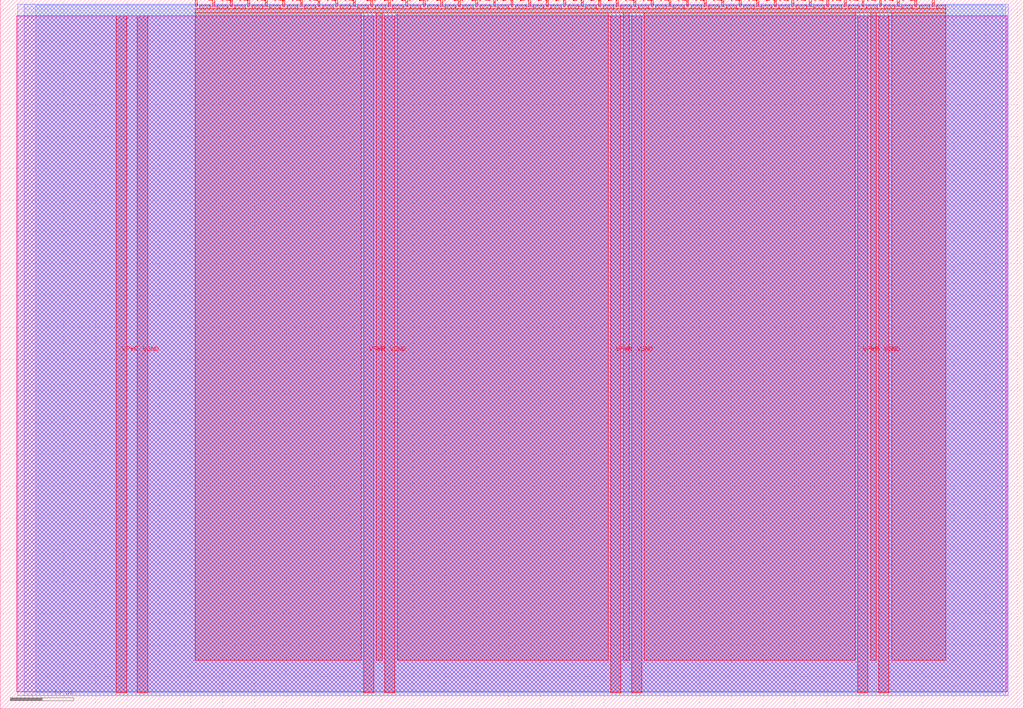
<source format=lef>
VERSION 5.7 ;
  NOWIREEXTENSIONATPIN ON ;
  DIVIDERCHAR "/" ;
  BUSBITCHARS "[]" ;
MACRO tt_um_pchri03_levenshtein
  CLASS BLOCK ;
  FOREIGN tt_um_pchri03_levenshtein ;
  ORIGIN 0.000 0.000 ;
  SIZE 161.000 BY 111.520 ;
  PIN VGND
    DIRECTION INOUT ;
    USE GROUND ;
    PORT
      LAYER met4 ;
        RECT 21.580 2.480 23.180 109.040 ;
    END
    PORT
      LAYER met4 ;
        RECT 60.450 2.480 62.050 109.040 ;
    END
    PORT
      LAYER met4 ;
        RECT 99.320 2.480 100.920 109.040 ;
    END
    PORT
      LAYER met4 ;
        RECT 138.190 2.480 139.790 109.040 ;
    END
  END VGND
  PIN VPWR
    DIRECTION INOUT ;
    USE POWER ;
    PORT
      LAYER met4 ;
        RECT 18.280 2.480 19.880 109.040 ;
    END
    PORT
      LAYER met4 ;
        RECT 57.150 2.480 58.750 109.040 ;
    END
    PORT
      LAYER met4 ;
        RECT 96.020 2.480 97.620 109.040 ;
    END
    PORT
      LAYER met4 ;
        RECT 134.890 2.480 136.490 109.040 ;
    END
  END VPWR
  PIN clk
    DIRECTION INPUT ;
    USE SIGNAL ;
    ANTENNAGATEAREA 0.852000 ;
    PORT
      LAYER met4 ;
        RECT 143.830 110.520 144.130 111.520 ;
    END
  END clk
  PIN ena
    DIRECTION INPUT ;
    USE SIGNAL ;
    PORT
      LAYER met4 ;
        RECT 146.590 110.520 146.890 111.520 ;
    END
  END ena
  PIN rst_n
    DIRECTION INPUT ;
    USE SIGNAL ;
    ANTENNAGATEAREA 0.196500 ;
    PORT
      LAYER met4 ;
        RECT 141.070 110.520 141.370 111.520 ;
    END
  END rst_n
  PIN ui_in[0]
    DIRECTION INPUT ;
    USE SIGNAL ;
    PORT
      LAYER met4 ;
        RECT 138.310 110.520 138.610 111.520 ;
    END
  END ui_in[0]
  PIN ui_in[1]
    DIRECTION INPUT ;
    USE SIGNAL ;
    PORT
      LAYER met4 ;
        RECT 135.550 110.520 135.850 111.520 ;
    END
  END ui_in[1]
  PIN ui_in[2]
    DIRECTION INPUT ;
    USE SIGNAL ;
    PORT
      LAYER met4 ;
        RECT 132.790 110.520 133.090 111.520 ;
    END
  END ui_in[2]
  PIN ui_in[3]
    DIRECTION INPUT ;
    USE SIGNAL ;
    PORT
      LAYER met4 ;
        RECT 130.030 110.520 130.330 111.520 ;
    END
  END ui_in[3]
  PIN ui_in[4]
    DIRECTION INPUT ;
    USE SIGNAL ;
    ANTENNAGATEAREA 0.196500 ;
    PORT
      LAYER met4 ;
        RECT 127.270 110.520 127.570 111.520 ;
    END
  END ui_in[4]
  PIN ui_in[5]
    DIRECTION INPUT ;
    USE SIGNAL ;
    ANTENNAGATEAREA 0.196500 ;
    PORT
      LAYER met4 ;
        RECT 124.510 110.520 124.810 111.520 ;
    END
  END ui_in[5]
  PIN ui_in[6]
    DIRECTION INPUT ;
    USE SIGNAL ;
    ANTENNAGATEAREA 0.196500 ;
    PORT
      LAYER met4 ;
        RECT 121.750 110.520 122.050 111.520 ;
    END
  END ui_in[6]
  PIN ui_in[7]
    DIRECTION INPUT ;
    USE SIGNAL ;
    PORT
      LAYER met4 ;
        RECT 118.990 110.520 119.290 111.520 ;
    END
  END ui_in[7]
  PIN uio_in[0]
    DIRECTION INPUT ;
    USE SIGNAL ;
    PORT
      LAYER met4 ;
        RECT 116.230 110.520 116.530 111.520 ;
    END
  END uio_in[0]
  PIN uio_in[1]
    DIRECTION INPUT ;
    USE SIGNAL ;
    ANTENNAGATEAREA 0.196500 ;
    PORT
      LAYER met4 ;
        RECT 113.470 110.520 113.770 111.520 ;
    END
  END uio_in[1]
  PIN uio_in[2]
    DIRECTION INPUT ;
    USE SIGNAL ;
    ANTENNAGATEAREA 0.196500 ;
    PORT
      LAYER met4 ;
        RECT 110.710 110.520 111.010 111.520 ;
    END
  END uio_in[2]
  PIN uio_in[3]
    DIRECTION INPUT ;
    USE SIGNAL ;
    PORT
      LAYER met4 ;
        RECT 107.950 110.520 108.250 111.520 ;
    END
  END uio_in[3]
  PIN uio_in[4]
    DIRECTION INPUT ;
    USE SIGNAL ;
    ANTENNAGATEAREA 0.196500 ;
    PORT
      LAYER met4 ;
        RECT 105.190 110.520 105.490 111.520 ;
    END
  END uio_in[4]
  PIN uio_in[5]
    DIRECTION INPUT ;
    USE SIGNAL ;
    ANTENNAGATEAREA 0.196500 ;
    PORT
      LAYER met4 ;
        RECT 102.430 110.520 102.730 111.520 ;
    END
  END uio_in[5]
  PIN uio_in[6]
    DIRECTION INPUT ;
    USE SIGNAL ;
    PORT
      LAYER met4 ;
        RECT 99.670 110.520 99.970 111.520 ;
    END
  END uio_in[6]
  PIN uio_in[7]
    DIRECTION INPUT ;
    USE SIGNAL ;
    PORT
      LAYER met4 ;
        RECT 96.910 110.520 97.210 111.520 ;
    END
  END uio_in[7]
  PIN uio_oe[0]
    DIRECTION OUTPUT ;
    USE SIGNAL ;
    PORT
      LAYER met4 ;
        RECT 49.990 110.520 50.290 111.520 ;
    END
  END uio_oe[0]
  PIN uio_oe[1]
    DIRECTION OUTPUT ;
    USE SIGNAL ;
    ANTENNAGATEAREA 0.495000 ;
    ANTENNADIFFAREA 0.445500 ;
    PORT
      LAYER met4 ;
        RECT 47.230 110.520 47.530 111.520 ;
    END
  END uio_oe[1]
  PIN uio_oe[2]
    DIRECTION OUTPUT ;
    USE SIGNAL ;
    ANTENNAGATEAREA 0.247500 ;
    ANTENNADIFFAREA 0.445500 ;
    PORT
      LAYER met4 ;
        RECT 44.470 110.520 44.770 111.520 ;
    END
  END uio_oe[2]
  PIN uio_oe[3]
    DIRECTION OUTPUT ;
    USE SIGNAL ;
    PORT
      LAYER met4 ;
        RECT 41.710 110.520 42.010 111.520 ;
    END
  END uio_oe[3]
  PIN uio_oe[4]
    DIRECTION OUTPUT ;
    USE SIGNAL ;
    ANTENNAGATEAREA 0.247500 ;
    ANTENNADIFFAREA 0.445500 ;
    PORT
      LAYER met4 ;
        RECT 38.950 110.520 39.250 111.520 ;
    END
  END uio_oe[4]
  PIN uio_oe[5]
    DIRECTION OUTPUT ;
    USE SIGNAL ;
    ANTENNAGATEAREA 0.247500 ;
    ANTENNADIFFAREA 0.445500 ;
    PORT
      LAYER met4 ;
        RECT 36.190 110.520 36.490 111.520 ;
    END
  END uio_oe[5]
  PIN uio_oe[6]
    DIRECTION OUTPUT ;
    USE SIGNAL ;
    PORT
      LAYER met4 ;
        RECT 33.430 110.520 33.730 111.520 ;
    END
  END uio_oe[6]
  PIN uio_oe[7]
    DIRECTION OUTPUT ;
    USE SIGNAL ;
    PORT
      LAYER met4 ;
        RECT 30.670 110.520 30.970 111.520 ;
    END
  END uio_oe[7]
  PIN uio_out[0]
    DIRECTION OUTPUT ;
    USE SIGNAL ;
    ANTENNADIFFAREA 0.445500 ;
    PORT
      LAYER met4 ;
        RECT 72.070 110.520 72.370 111.520 ;
    END
  END uio_out[0]
  PIN uio_out[1]
    DIRECTION OUTPUT ;
    USE SIGNAL ;
    ANTENNAGATEAREA 0.126000 ;
    ANTENNADIFFAREA 0.445500 ;
    PORT
      LAYER met4 ;
        RECT 69.310 110.520 69.610 111.520 ;
    END
  END uio_out[1]
  PIN uio_out[2]
    DIRECTION OUTPUT ;
    USE SIGNAL ;
    ANTENNAGATEAREA 0.495000 ;
    ANTENNADIFFAREA 0.891000 ;
    PORT
      LAYER met4 ;
        RECT 66.550 110.520 66.850 111.520 ;
    END
  END uio_out[2]
  PIN uio_out[3]
    DIRECTION OUTPUT ;
    USE SIGNAL ;
    ANTENNADIFFAREA 0.445500 ;
    PORT
      LAYER met4 ;
        RECT 63.790 110.520 64.090 111.520 ;
    END
  END uio_out[3]
  PIN uio_out[4]
    DIRECTION OUTPUT ;
    USE SIGNAL ;
    ANTENNAGATEAREA 0.247500 ;
    ANTENNADIFFAREA 0.445500 ;
    PORT
      LAYER met4 ;
        RECT 61.030 110.520 61.330 111.520 ;
    END
  END uio_out[4]
  PIN uio_out[5]
    DIRECTION OUTPUT ;
    USE SIGNAL ;
    ANTENNAGATEAREA 0.247500 ;
    ANTENNADIFFAREA 0.445500 ;
    PORT
      LAYER met4 ;
        RECT 58.270 110.520 58.570 111.520 ;
    END
  END uio_out[5]
  PIN uio_out[6]
    DIRECTION OUTPUT ;
    USE SIGNAL ;
    ANTENNADIFFAREA 0.445500 ;
    PORT
      LAYER met4 ;
        RECT 55.510 110.520 55.810 111.520 ;
    END
  END uio_out[6]
  PIN uio_out[7]
    DIRECTION OUTPUT ;
    USE SIGNAL ;
    ANTENNADIFFAREA 0.445500 ;
    PORT
      LAYER met4 ;
        RECT 52.750 110.520 53.050 111.520 ;
    END
  END uio_out[7]
  PIN uo_out[0]
    DIRECTION OUTPUT ;
    USE SIGNAL ;
    PORT
      LAYER met4 ;
        RECT 94.150 110.520 94.450 111.520 ;
    END
  END uo_out[0]
  PIN uo_out[1]
    DIRECTION OUTPUT ;
    USE SIGNAL ;
    PORT
      LAYER met4 ;
        RECT 91.390 110.520 91.690 111.520 ;
    END
  END uo_out[1]
  PIN uo_out[2]
    DIRECTION OUTPUT ;
    USE SIGNAL ;
    PORT
      LAYER met4 ;
        RECT 88.630 110.520 88.930 111.520 ;
    END
  END uo_out[2]
  PIN uo_out[3]
    DIRECTION OUTPUT ;
    USE SIGNAL ;
    PORT
      LAYER met4 ;
        RECT 85.870 110.520 86.170 111.520 ;
    END
  END uo_out[3]
  PIN uo_out[4]
    DIRECTION OUTPUT ;
    USE SIGNAL ;
    PORT
      LAYER met4 ;
        RECT 83.110 110.520 83.410 111.520 ;
    END
  END uo_out[4]
  PIN uo_out[5]
    DIRECTION OUTPUT ;
    USE SIGNAL ;
    PORT
      LAYER met4 ;
        RECT 80.350 110.520 80.650 111.520 ;
    END
  END uo_out[5]
  PIN uo_out[6]
    DIRECTION OUTPUT ;
    USE SIGNAL ;
    PORT
      LAYER met4 ;
        RECT 77.590 110.520 77.890 111.520 ;
    END
  END uo_out[6]
  PIN uo_out[7]
    DIRECTION OUTPUT ;
    USE SIGNAL ;
    ANTENNADIFFAREA 0.445500 ;
    PORT
      LAYER met4 ;
        RECT 74.830 110.520 75.130 111.520 ;
    END
  END uo_out[7]
  OBS
      LAYER nwell ;
        RECT 2.570 2.635 158.430 108.990 ;
      LAYER li1 ;
        RECT 2.760 2.635 158.240 108.885 ;
      LAYER met1 ;
        RECT 2.760 2.080 158.540 110.800 ;
      LAYER met2 ;
        RECT 3.780 2.050 158.140 110.830 ;
      LAYER met3 ;
        RECT 5.585 2.555 157.715 110.665 ;
      LAYER met4 ;
        RECT 31.370 110.120 33.030 110.665 ;
        RECT 34.130 110.120 35.790 110.665 ;
        RECT 36.890 110.120 38.550 110.665 ;
        RECT 39.650 110.120 41.310 110.665 ;
        RECT 42.410 110.120 44.070 110.665 ;
        RECT 45.170 110.120 46.830 110.665 ;
        RECT 47.930 110.120 49.590 110.665 ;
        RECT 50.690 110.120 52.350 110.665 ;
        RECT 53.450 110.120 55.110 110.665 ;
        RECT 56.210 110.120 57.870 110.665 ;
        RECT 58.970 110.120 60.630 110.665 ;
        RECT 61.730 110.120 63.390 110.665 ;
        RECT 64.490 110.120 66.150 110.665 ;
        RECT 67.250 110.120 68.910 110.665 ;
        RECT 70.010 110.120 71.670 110.665 ;
        RECT 72.770 110.120 74.430 110.665 ;
        RECT 75.530 110.120 77.190 110.665 ;
        RECT 78.290 110.120 79.950 110.665 ;
        RECT 81.050 110.120 82.710 110.665 ;
        RECT 83.810 110.120 85.470 110.665 ;
        RECT 86.570 110.120 88.230 110.665 ;
        RECT 89.330 110.120 90.990 110.665 ;
        RECT 92.090 110.120 93.750 110.665 ;
        RECT 94.850 110.120 96.510 110.665 ;
        RECT 97.610 110.120 99.270 110.665 ;
        RECT 100.370 110.120 102.030 110.665 ;
        RECT 103.130 110.120 104.790 110.665 ;
        RECT 105.890 110.120 107.550 110.665 ;
        RECT 108.650 110.120 110.310 110.665 ;
        RECT 111.410 110.120 113.070 110.665 ;
        RECT 114.170 110.120 115.830 110.665 ;
        RECT 116.930 110.120 118.590 110.665 ;
        RECT 119.690 110.120 121.350 110.665 ;
        RECT 122.450 110.120 124.110 110.665 ;
        RECT 125.210 110.120 126.870 110.665 ;
        RECT 127.970 110.120 129.630 110.665 ;
        RECT 130.730 110.120 132.390 110.665 ;
        RECT 133.490 110.120 135.150 110.665 ;
        RECT 136.250 110.120 137.910 110.665 ;
        RECT 139.010 110.120 140.670 110.665 ;
        RECT 141.770 110.120 143.430 110.665 ;
        RECT 144.530 110.120 146.190 110.665 ;
        RECT 147.290 110.120 148.745 110.665 ;
        RECT 30.655 109.440 148.745 110.120 ;
        RECT 30.655 7.655 56.750 109.440 ;
        RECT 59.150 7.655 60.050 109.440 ;
        RECT 62.450 7.655 95.620 109.440 ;
        RECT 98.020 7.655 98.920 109.440 ;
        RECT 101.320 7.655 134.490 109.440 ;
        RECT 136.890 7.655 137.790 109.440 ;
        RECT 140.190 7.655 148.745 109.440 ;
  END
END tt_um_pchri03_levenshtein
END LIBRARY


</source>
